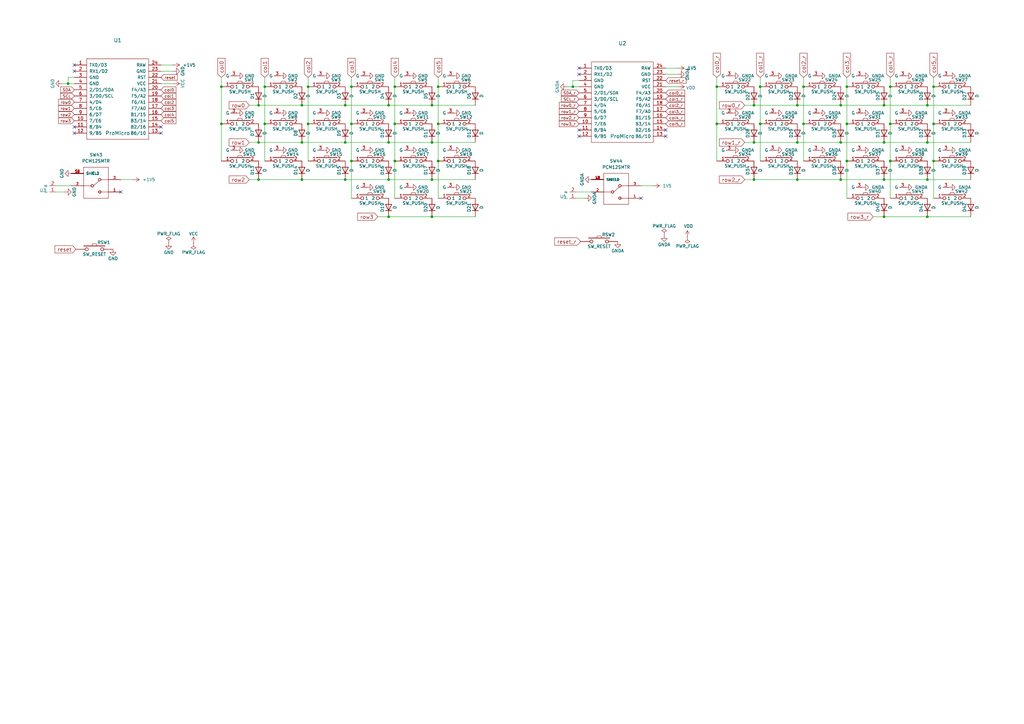
<source format=kicad_sch>
(kicad_sch (version 20250114) (generator "eeschema") (generator_version "9.0")
  (paper "A3")
  (title_block (title "Corne Cherry") (date "2020-09-28") (rev "3.0.1") (company "foostan"))
  (lib_symbols
    (symbol "1_sh1122:BAT"
      (property "Reference" "U" (at 0 0 0))
      (symbol "BAT_1_1"
        (pin input line (at 0 -1.27 0) (length 2.54) (name "-") (number "1"))
        (pin input line (at 0 -3.81 0) (length 2.54) (name "+") (number "2"))
      )
    )
    (symbol "1_sh1122:sw"
      (symbol "sw_0_1"
        (pin passive inverted (at -7.62 0 0) (length 5.08) (name "1") (number "1"))
        (pin passive inverted (at 7.62 0 180) (length 5.08) (name "2") (number "2"))
      )
      (symbol "sw_1_1"
        (pin passive line (at -1.27 4.445 180) (length 2.54) (name "G") (number "3"))
      )
    )
    (symbol "Device:D" (pin_numbers (hide yes)) (pin_names (offset 1.016) (hide yes))
      (property "Reference" "D" (at 0 2.54 0))
      (property "Value" "D" (at 0 -2.54 0))
      (symbol "D_1_1"
        (pin passive line (at -3.81 0 0) (length 2.54) (name "K") (number "1"))
        (pin passive line (at 3.81 0 180) (length 2.54) (name "A") (number "2"))
      )
    )
    (symbol "GND_1" (power) (pin_numbers (hide yes)) (pin_names (offset 0) (hide yes))
      (property "Value" "GND" (at 0 -3.81 0))
      (symbol "GND_1_1_1"
        (pin power_in line (at 0 0 270) (length 0) (name "~") (number "1"))
      )
    )
    (symbol "GND_3" (power) (pin_numbers (hide yes)) (pin_names (offset 0) (hide yes))
      (property "Value" "GND" (at 0 -3.81 0))
      (symbol "GND_3_1_1"
        (pin power_in line (at 0 0 270) (length 0) (name "~") (number "1"))
      )
    )
    (symbol "PCM12SMTR:PCM12SMTR" (pin_names (offset 1.016))
      (property "Reference" "SW" (at -5.0844 5.3386 0))
      (property "Value" "PCM12SMTR" (at -5.1814 -9.6619 0))
      (symbol "PCM12SMTR_0_0"
        (pin passive line (at -10.16 2.54 0) (length 5.08) (name "~") (number "1"))
        (pin passive line (at -10.16 -2.54 0) (length 5.08) (name "~") (number "3"))
        (pin passive line (at 10.16 0 180) (length 5.08) (name "~") (number "2"))
        (pin passive line (at 10.16 -5.08 180) (length 5.08) (name "SHIELD") (number "S1"))
        (pin passive line (at 10.16 -5.08 180) (length 5.08) (name "SHIELD") (number "S2"))
        (pin passive line (at 10.16 -5.08 180) (length 5.08) (name "SHIELD") (number "S3"))
        (pin passive line (at 10.16 -5.08 180) (length 5.08) (name "SHIELD") (number "S4"))
      )
    )
    (symbol "kbd:ProMicro" (pin_names (offset 1.016))
      (property "Reference" "U" (at 0 19.05 0))
      (property "Value" "ProMicro" (at 0 -19.05 0))
      (symbol "ProMicro_1_1"
        (pin bidirectional line (at -17.78 13.97 0) (length 5.08) (name "TX0/D3") (number "1"))
        (pin bidirectional line (at -17.78 11.43 0) (length 5.08) (name "RX1/D2") (number "2"))
        (pin power_in line (at -17.78 8.89 0) (length 5.08) (name "GND") (number "3"))
        (pin power_in line (at -17.78 6.35 0) (length 5.08) (name "GND") (number "4"))
        (pin bidirectional line (at -17.78 3.81 0) (length 5.08) (name "2/D1/SDA") (number "5"))
        (pin bidirectional line (at -17.78 1.27 0) (length 5.08) (name "3/D0/SCL") (number "6"))
        (pin bidirectional line (at -17.78 -1.27 0) (length 5.08) (name "4/D4") (number "7"))
        (pin bidirectional line (at -17.78 -3.81 0) (length 5.08) (name "5/C6") (number "8"))
        (pin bidirectional line (at -17.78 -6.35 0) (length 5.08) (name "6/D7") (number "9"))
        (pin bidirectional line (at -17.78 -8.89 0) (length 5.08) (name "7/E6") (number "10"))
        (pin bidirectional line (at -17.78 -11.43 0) (length 5.08) (name "8/B4") (number "11"))
        (pin bidirectional line (at -17.78 -13.97 0) (length 5.08) (name "9/B5") (number "12"))
        (pin power_out line (at 17.78 13.97 180) (length 5.08) (name "RAW") (number "24"))
        (pin power_in line (at 17.78 11.43 180) (length 5.08) (name "GND") (number "23"))
        (pin input line (at 17.78 8.89 180) (length 5.08) (name "RST") (number "22"))
        (pin power_in line (at 17.78 6.35 180) (length 5.08) (name "VCC") (number "21"))
        (pin bidirectional line (at 17.78 3.81 180) (length 5.08) (name "F4/A3") (number "20"))
        (pin bidirectional line (at 17.78 1.27 180) (length 5.08) (name "F5/A2") (number "19"))
        (pin bidirectional line (at 17.78 -1.27 180) (length 5.08) (name "F6/A1") (number "18"))
        (pin bidirectional line (at 17.78 -3.81 180) (length 5.08) (name "F7/A0") (number "17"))
        (pin bidirectional line (at 17.78 -6.35 180) (length 5.08) (name "B1/15") (number "16"))
        (pin bidirectional line (at 17.78 -8.89 180) (length 5.08) (name "B3/14") (number "15"))
        (pin bidirectional line (at 17.78 -11.43 180) (length 5.08) (name "B2/16") (number "14"))
        (pin bidirectional line (at 17.78 -13.97 180) (length 5.08) (name "B6/10") (number "13"))
      )
    )
    (symbol "kbd:SW_PUSH" (pin_numbers (hide yes)) (pin_names (offset 1.016) (hide yes))
      (property "Reference" "SW" (at 3.81 2.794 0))
      (property "Value" "SW_PUSH" (at 0 -2.032 0))
      (symbol "SW_PUSH_0_1"
        (pin passive inverted (at -7.62 0 0) (length 5.08) (name "1") (number "1"))
        (pin passive inverted (at 7.62 0 180) (length 5.08) (name "2") (number "2"))
      )
    )
    (symbol "power:+1V5" (power) (pin_numbers (hide yes)) (pin_names (offset 0) (hide yes))
      (property "Value" "+1V5" (at 0 3.556 0))
      (symbol "+1V5_1_1"
        (pin power_in line (at 0 0 90) (length 0) (name "~") (number "1"))
      )
    )
    (symbol "power:GND" (power) (pin_names (offset 0))
      (property "Value" "GND" (at 0 -3.81 0))
      (symbol "GND_1_1"
        (pin power_in line (at 0 0 270) (length 0) (hide yes) (name "GND") (number "1"))
      )
    )
    (symbol "power:GNDA" (power) (pin_names (offset 0))
      (property "Value" "GNDA" (at 0 -3.81 0))
      (symbol "GNDA_1_1"
        (pin power_in line (at 0 0 270) (length 0) (hide yes) (name "GNDA") (number "1"))
      )
    )
    (symbol "power:PWR_FLAG" (power) (pin_numbers (hide yes)) (pin_names (offset 0) (hide yes))
      (property "Value" "PWR_FLAG" (at 0 3.81 0))
      (symbol "PWR_FLAG_0_0"
        (pin power_out line (at 0 0 90) (length 0) (name "pwr") (number "1"))
      )
    )
    (symbol "power:VCC" (power) (pin_names (offset 0))
      (property "Value" "VCC" (at 0 3.81 0))
      (symbol "VCC_1_1"
        (pin power_in line (at 0 0 90) (length 0) (hide yes) (name "VCC") (number "1"))
      )
    )
    (symbol "power:VDD" (power) (pin_names (offset 0))
      (property "Value" "VDD" (at 0 3.81 0))
      (symbol "VDD_1_1"
        (pin power_in line (at 0 0 90) (length 0) (hide yes) (name "VDD") (number "1"))
      )
    )
  )
  (junction (at 141.605 43.18))
  (junction (at 126.365 50.8))
  (junction (at 362.585 58.42))
  (junction (at 159.385 73.66))
  (junction (at 344.805 73.66))
  (junction (at 309.245 73.66))
  (junction (at 161.925 66.04))
  (junction (at 309.245 43.18))
  (junction (at 380.365 58.42))
  (junction (at 177.165 58.42))
  (junction (at 177.165 43.18))
  (junction (at 27.94 34.29))
  (junction (at 329.565 50.8))
  (junction (at 382.905 66.04))
  (junction (at 294.005 35.56))
  (junction (at 311.785 50.8))
  (junction (at 141.605 73.66))
  (junction (at 177.165 73.66))
  (junction (at 380.365 43.18))
  (junction (at 108.585 50.8))
  (junction (at 347.345 35.56))
  (junction (at 327.025 73.66))
  (junction (at 159.385 43.18))
  (junction (at 294.005 50.8))
  (junction (at 234.95 35.56))
  (junction (at 179.705 35.56))
  (junction (at 106.045 73.66))
  (junction (at 362.585 73.66))
  (junction (at 347.345 66.04))
  (junction (at 311.785 35.56))
  (junction (at 159.385 88.9))
  (junction (at 362.585 88.9))
  (junction (at 159.385 58.42))
  (junction (at 365.125 66.04))
  (junction (at 144.145 50.8))
  (junction (at 144.145 35.56))
  (junction (at 106.045 58.42))
  (junction (at 380.365 88.9))
  (junction (at 106.045 43.18))
  (junction (at 327.025 43.18))
  (junction (at 144.145 66.04))
  (junction (at 161.925 35.56))
  (junction (at 327.025 58.42))
  (junction (at 365.125 50.8))
  (junction (at 179.705 50.8))
  (junction (at 108.585 35.56))
  (junction (at 126.365 35.56))
  (junction (at 90.805 50.8))
  (junction (at 177.165 88.9))
  (junction (at 123.825 58.42))
  (junction (at 344.805 58.42))
  (junction (at 344.805 43.18))
  (junction (at 382.905 35.56))
  (junction (at 380.365 73.66))
  (junction (at 365.125 35.56))
  (junction (at 90.805 35.56))
  (junction (at 309.245 58.42))
  (junction (at 141.605 58.42))
  (junction (at 347.345 50.8))
  (junction (at 329.565 35.56))
  (junction (at 161.925 50.8))
  (junction (at 123.825 73.66))
  (junction (at 179.705 66.04))
  (junction (at 123.825 43.18))
  (junction (at 362.585 43.18))
  (junction (at 382.905 50.8))
  (no_connect (at 66.04 54.61))
  (no_connect (at 66.04 52.07))
  (no_connect (at 237.49 55.88))
  (no_connect (at 30.48 29.21))
  (no_connect (at 30.48 26.67))
  (no_connect (at 237.49 53.34))
  (no_connect (at 273.05 53.34))
  (no_connect (at 262.89 81.28))
  (no_connect (at 237.49 27.94))
  (no_connect (at 49.53 78.74))
  (no_connect (at 30.48 54.61))
  (no_connect (at 237.49 30.48))
  (no_connect (at 30.48 52.07))
  (no_connect (at 273.05 55.88))
  (wire (pts (xy 311.785 50.8) (xy 311.785 66.04)))
  (wire (pts (xy 90.805 31.75) (xy 90.805 35.56)))
  (wire (pts (xy 294.005 31.75) (xy 294.005 35.56)))
  (wire (pts (xy 106.045 43.18) (xy 123.825 43.18)))
  (wire (pts (xy 177.165 58.42) (xy 194.945 58.42)))
  (wire (pts (xy 90.805 35.56) (xy 90.805 50.8)))
  (wire (pts (xy 309.245 73.66) (xy 327.025 73.66)))
  (wire (pts (xy 161.925 66.04) (xy 161.925 81.28)))
  (wire (pts (xy 161.925 35.56) (xy 161.925 50.8)))
  (wire (pts (xy 309.245 58.42) (xy 327.025 58.42)))
  (wire (pts (xy 380.365 58.42) (xy 398.145 58.42)))
  (wire (pts (xy 177.165 88.9) (xy 194.945 88.9)))
  (wire (pts (xy 123.825 73.66) (xy 141.605 73.66)))
  (wire (pts (xy 106.045 73.66) (xy 123.825 73.66)))
  (wire (pts (xy 380.365 88.9) (xy 398.145 88.9)))
  (wire (pts (xy 382.905 66.04) (xy 382.905 81.28)))
  (wire (pts (xy 144.145 66.04) (xy 144.145 81.28)))
  (wire (pts (xy 30.48 31.75) (xy 27.94 31.75)))
  (wire (pts (xy 22.86 78.74) (xy 26.67 78.74)))
  (wire (pts (xy 329.565 31.75) (xy 329.565 35.56)))
  (wire (pts (xy 380.365 43.18) (xy 398.145 43.18)))
  (wire (pts (xy 126.365 35.56) (xy 126.365 50.8)))
  (wire (pts (xy 102.235 43.18) (xy 106.045 43.18)))
  (wire (pts (xy 177.165 73.66) (xy 194.945 73.66)))
  (wire (pts (xy 25.4 34.29) (xy 27.94 34.29)))
  (wire (pts (xy 123.825 58.42) (xy 141.605 58.42)))
  (wire (pts (xy 179.705 50.8) (xy 179.705 66.04)))
  (wire (pts (xy 237.49 33.02) (xy 234.95 33.02)))
  (wire (pts (xy 66.04 29.21) (xy 71.12 29.21)))
  (wire (pts (xy 27.94 31.75) (xy 27.94 34.29)))
  (wire (pts (xy 305.435 58.42) (xy 309.245 58.42)))
  (wire (pts (xy 344.805 43.18) (xy 362.585 43.18)))
  (wire (pts (xy 90.805 50.8) (xy 90.805 66.04)))
  (wire (pts (xy 362.585 73.66) (xy 380.365 73.66)))
  (wire (pts (xy 305.435 43.18) (xy 309.245 43.18)))
  (wire (pts (xy 144.145 31.75) (xy 144.145 35.56)))
  (wire (pts (xy 365.125 35.56) (xy 365.125 50.8)))
  (wire (pts (xy 154.94 88.9) (xy 159.385 88.9)))
  (wire (pts (xy 108.585 50.8) (xy 108.585 66.04)))
  (wire (pts (xy 123.825 43.18) (xy 141.605 43.18)))
  (wire (pts (xy 159.385 43.18) (xy 177.165 43.18)))
  (wire (pts (xy 273.05 30.48) (xy 278.13 30.48)))
  (wire (pts (xy 347.345 31.75) (xy 347.345 35.56)))
  (wire (pts (xy 294.005 35.56) (xy 294.005 50.8)))
  (wire (pts (xy 329.565 50.8) (xy 329.565 66.04)))
  (wire (pts (xy 309.245 43.18) (xy 327.025 43.18)))
  (wire (pts (xy 311.785 31.75) (xy 311.785 35.56)))
  (wire (pts (xy 347.345 66.04) (xy 347.345 81.28)))
  (wire (pts (xy 273.05 27.94) (xy 278.13 27.94)))
  (wire (pts (xy 159.385 88.9) (xy 177.165 88.9)))
  (wire (pts (xy 327.025 73.66) (xy 344.805 73.66)))
  (wire (pts (xy 177.165 43.18) (xy 194.945 43.18)))
  (wire (pts (xy 144.145 35.56) (xy 144.145 50.8)))
  (wire (pts (xy 362.585 58.42) (xy 380.365 58.42)))
  (wire (pts (xy 106.045 58.42) (xy 123.825 58.42)))
  (wire (pts (xy 236.22 78.74) (xy 242.57 78.74)))
  (wire (pts (xy 311.785 35.56) (xy 311.785 50.8)))
  (wire (pts (xy 365.125 66.04) (xy 365.125 81.28)))
  (wire (pts (xy 108.585 35.56) (xy 108.585 50.8)))
  (wire (pts (xy 362.585 43.18) (xy 380.365 43.18)))
  (wire (pts (xy 108.585 31.75) (xy 108.585 35.56)))
  (wire (pts (xy 382.905 31.75) (xy 382.905 35.56)))
  (wire (pts (xy 236.22 81.28) (xy 240.03 81.28)))
  (wire (pts (xy 362.585 88.9) (xy 380.365 88.9)))
  (wire (pts (xy 344.805 58.42) (xy 362.585 58.42)))
  (wire (pts (xy 234.95 35.56) (xy 237.49 35.56)))
  (wire (pts (xy 126.365 50.8) (xy 126.365 66.04)))
  (wire (pts (xy 66.04 26.67) (xy 71.12 26.67)))
  (wire (pts (xy 141.605 43.18) (xy 159.385 43.18)))
  (wire (pts (xy 347.345 50.8) (xy 347.345 66.04)))
  (wire (pts (xy 382.905 50.8) (xy 382.905 66.04)))
  (wire (pts (xy 273.05 35.56) (xy 278.13 35.56)))
  (wire (pts (xy 347.345 35.56) (xy 347.345 50.8)))
  (wire (pts (xy 66.04 34.29) (xy 71.12 34.29)))
  (wire (pts (xy 144.145 50.8) (xy 144.145 66.04)))
  (wire (pts (xy 327.025 58.42) (xy 344.805 58.42)))
  (wire (pts (xy 344.805 73.66) (xy 362.585 73.66)))
  (wire (pts (xy 161.925 31.75) (xy 161.925 35.56)))
  (wire (pts (xy 102.235 73.66) (xy 106.045 73.66)))
  (wire (pts (xy 382.905 35.56) (xy 382.905 50.8)))
  (wire (pts (xy 305.435 73.66) (xy 309.245 73.66)))
  (wire (pts (xy 159.385 73.66) (xy 177.165 73.66)))
  (wire (pts (xy 365.125 50.8) (xy 365.125 66.04)))
  (wire (pts (xy 141.605 73.66) (xy 159.385 73.66)))
  (wire (pts (xy 380.365 73.66) (xy 398.145 73.66)))
  (wire (pts (xy 102.235 58.42) (xy 106.045 58.42)))
  (wire (pts (xy 365.125 31.75) (xy 365.125 35.56)))
  (wire (pts (xy 232.41 35.56) (xy 234.95 35.56)))
  (wire (pts (xy 126.365 31.75) (xy 126.365 35.56)))
  (wire (pts (xy 358.14 88.9) (xy 362.585 88.9)))
  (wire (pts (xy 179.705 35.56) (xy 179.705 50.8)))
  (wire (pts (xy 161.925 50.8) (xy 161.925 66.04)))
  (wire (pts (xy 49.53 73.66) (xy 54.61 73.66)))
  (wire (pts (xy 329.565 35.56) (xy 329.565 50.8)))
  (wire (pts (xy 262.89 76.2) (xy 267.97 76.2)))
  (wire (pts (xy 27.94 34.29) (xy 30.48 34.29)))
  (wire (pts (xy 141.605 58.42) (xy 159.385 58.42)))
  (wire (pts (xy 294.005 50.8) (xy 294.005 66.04)))
  (wire (pts (xy 159.385 58.42) (xy 177.165 58.42)))
  (wire (pts (xy 179.705 66.04) (xy 179.705 81.28)))
  (wire (pts (xy 22.86 76.2) (xy 29.21 76.2)))
  (wire (pts (xy 327.025 43.18) (xy 344.805 43.18)))
  (wire (pts (xy 234.95 33.02) (xy 234.95 35.56)))
  (wire (pts (xy 179.705 31.75) (xy 179.705 35.56)))
  (global_label "col4" (shape input) (at 66.04 46.99 0) (effects (font (size 1.1938 1.1938))) (property "Intersheetrefs" "${INTERSHEET_REFS}" (effects (hide yes))))
  (global_label "row3_r" (shape input) (at 358.14 88.9 180) (effects (font (size 1.524 1.524))) (property "Intersheetrefs" "${INTERSHEET_REFS}" (effects (hide yes))))
  (global_label "col5_r" (shape input) (at 273.05 50.8 0) (effects (font (size 1.1938 1.1938))) (property "Intersheetrefs" "${INTERSHEET_REFS}" (effects (hide yes))))
  (global_label "col0" (shape input) (at 90.805 31.75 90) (effects (font (size 1.524 1.524))) (property "Intersheetrefs" "${INTERSHEET_REFS}" (effects (hide yes))))
  (global_label "reset" (shape input) (at 31.115 102.235 180) (effects (font (size 1.524 1.524))) (property "Intersheetrefs" "${INTERSHEET_REFS}" (effects (hide yes))))
  (global_label "col1" (shape input) (at 108.585 31.75 90) (effects (font (size 1.524 1.524))) (property "Intersheetrefs" "${INTERSHEET_REFS}" (effects (hide yes))))
  (global_label "row0" (shape input) (at 102.235 43.18 180) (effects (font (size 1.524 1.524))) (property "Intersheetrefs" "${INTERSHEET_REFS}" (effects (hide yes))))
  (global_label "col2_r" (shape input) (at 273.05 43.18 0) (effects (font (size 1.1938 1.1938))) (property "Intersheetrefs" "${INTERSHEET_REFS}" (effects (hide yes))))
  (global_label "row1_r" (shape input) (at 305.435 58.42 180) (effects (font (size 1.524 1.524))) (property "Intersheetrefs" "${INTERSHEET_REFS}" (effects (hide yes))))
  (global_label "col5" (shape input) (at 66.04 49.53 0) (effects (font (size 1.1938 1.1938))) (property "Intersheetrefs" "${INTERSHEET_REFS}" (effects (hide yes))))
  (global_label "col3" (shape input) (at 66.04 44.45 0) (effects (font (size 1.1938 1.1938))) (property "Intersheetrefs" "${INTERSHEET_REFS}" (effects (hide yes))))
  (global_label "row2" (shape input) (at 102.235 73.66 180) (effects (font (size 1.524 1.524))) (property "Intersheetrefs" "${INTERSHEET_REFS}" (effects (hide yes))))
  (global_label "col1" (shape input) (at 66.04 39.37 0) (effects (font (size 1.1938 1.1938))) (property "Intersheetrefs" "${INTERSHEET_REFS}" (effects (hide yes))))
  (global_label "row1" (shape input) (at 102.235 58.42 180) (effects (font (size 1.524 1.524))) (property "Intersheetrefs" "${INTERSHEET_REFS}" (effects (hide yes))))
  (global_label "col3_r" (shape input) (at 273.05 45.72 0) (effects (font (size 1.1938 1.1938))) (property "Intersheetrefs" "${INTERSHEET_REFS}" (effects (hide yes))))
  (global_label "reset" (shape input) (at 66.04 31.75 0) (effects (font (size 1.1938 1.1938))) (property "Intersheetrefs" "${INTERSHEET_REFS}" (effects (hide yes))))
  (global_label "col2" (shape input) (at 126.365 31.75 90) (effects (font (size 1.524 1.524))) (property "Intersheetrefs" "${INTERSHEET_REFS}" (effects (hide yes))))
  (global_label "SCL_r" (shape input) (at 237.49 40.64 180) (effects (font (size 1.1938 1.1938))) (property "Intersheetrefs" "${INTERSHEET_REFS}" (effects (hide yes))))
  (global_label "row1_r" (shape input) (at 237.49 45.72 180) (effects (font (size 1.1938 1.1938))) (property "Intersheetrefs" "${INTERSHEET_REFS}" (effects (hide yes))))
  (global_label "row1" (shape input) (at 30.48 44.45 180) (effects (font (size 1.1938 1.1938))) (property "Intersheetrefs" "${INTERSHEET_REFS}" (effects (hide yes))))
  (global_label "col0_r" (shape input) (at 294.005 31.75 90) (effects (font (size 1.524 1.524))) (property "Intersheetrefs" "${INTERSHEET_REFS}" (effects (hide yes))))
  (global_label "row0_r" (shape input) (at 305.435 43.18 180) (effects (font (size 1.524 1.524))) (property "Intersheetrefs" "${INTERSHEET_REFS}" (effects (hide yes))))
  (global_label "row2" (shape input) (at 30.48 46.99 180) (effects (font (size 1.1938 1.1938))) (property "Intersheetrefs" "${INTERSHEET_REFS}" (effects (hide yes))))
  (global_label "row0" (shape input) (at 30.48 41.91 180) (effects (font (size 1.1938 1.1938))) (property "Intersheetrefs" "${INTERSHEET_REFS}" (effects (hide yes))))
  (global_label "col4_r" (shape input) (at 273.05 48.26 0) (effects (font (size 1.1938 1.1938))) (property "Intersheetrefs" "${INTERSHEET_REFS}" (effects (hide yes))))
  (global_label "col0_r" (shape input) (at 273.05 38.1 0) (effects (font (size 1.1938 1.1938))) (property "Intersheetrefs" "${INTERSHEET_REFS}" (effects (hide yes))))
  (global_label "col5_r" (shape input) (at 382.905 31.75 90) (effects (font (size 1.524 1.524))) (property "Intersheetrefs" "${INTERSHEET_REFS}" (effects (hide yes))))
  (global_label "col5" (shape input) (at 179.705 31.75 90) (effects (font (size 1.524 1.524))) (property "Intersheetrefs" "${INTERSHEET_REFS}" (effects (hide yes))))
  (global_label "SCL" (shape input) (at 30.48 39.37 180) (effects (font (size 1.1938 1.1938))) (property "Intersheetrefs" "${INTERSHEET_REFS}" (effects (hide yes))))
  (global_label "reset_r" (shape input) (at 238.125 99.06 180) (effects (font (size 1.524 1.524))) (property "Intersheetrefs" "${INTERSHEET_REFS}" (effects (hide yes))))
  (global_label "col1_r" (shape input) (at 273.05 40.64 0) (effects (font (size 1.1938 1.1938))) (property "Intersheetrefs" "${INTERSHEET_REFS}" (effects (hide yes))))
  (global_label "row3_r" (shape input) (at 237.49 50.8 180) (effects (font (size 1.1938 1.1938))) (property "Intersheetrefs" "${INTERSHEET_REFS}" (effects (hide yes))))
  (global_label "row3" (shape input) (at 154.94 88.9 180) (effects (font (size 1.524 1.524))) (property "Intersheetrefs" "${INTERSHEET_REFS}" (effects (hide yes))))
  (global_label "row0_r" (shape input) (at 237.49 43.18 180) (effects (font (size 1.1938 1.1938))) (property "Intersheetrefs" "${INTERSHEET_REFS}" (effects (hide yes))))
  (global_label "col4" (shape input) (at 161.925 31.75 90) (effects (font (size 1.524 1.524))) (property "Intersheetrefs" "${INTERSHEET_REFS}" (effects (hide yes))))
  (global_label "col4_r" (shape input) (at 365.125 31.75 90) (effects (font (size 1.524 1.524))) (property "Intersheetrefs" "${INTERSHEET_REFS}" (effects (hide yes))))
  (global_label "col1_r" (shape input) (at 311.785 31.75 90) (effects (font (size 1.524 1.524))) (property "Intersheetrefs" "${INTERSHEET_REFS}" (effects (hide yes))))
  (global_label "row2_r" (shape input) (at 305.435 73.66 180) (effects (font (size 1.524 1.524))) (property "Intersheetrefs" "${INTERSHEET_REFS}" (effects (hide yes))))
  (global_label "SDA_r" (shape input) (at 237.49 38.1 180) (effects (font (size 1.1938 1.1938))) (property "Intersheetrefs" "${INTERSHEET_REFS}" (effects (hide yes))))
  (global_label "col2" (shape input) (at 66.04 41.91 0) (effects (font (size 1.1938 1.1938))) (property "Intersheetrefs" "${INTERSHEET_REFS}" (effects (hide yes))))
  (global_label "SDA" (shape input) (at 30.48 36.83 180) (effects (font (size 1.1938 1.1938))) (property "Intersheetrefs" "${INTERSHEET_REFS}" (effects (hide yes))))
  (global_label "row2_r" (shape input) (at 237.49 48.26 180) (effects (font (size 1.1938 1.1938))) (property "Intersheetrefs" "${INTERSHEET_REFS}" (effects (hide yes))))
  (global_label "col2_r" (shape input) (at 329.565 31.75 90) (effects (font (size 1.524 1.524))) (property "Intersheetrefs" "${INTERSHEET_REFS}" (effects (hide yes))))
  (global_label "col0" (shape input) (at 66.04 36.83 0) (effects (font (size 1.1938 1.1938))) (property "Intersheetrefs" "${INTERSHEET_REFS}" (effects (hide yes))))
  (global_label "col3_r" (shape input) (at 347.345 31.75 90) (effects (font (size 1.524 1.524))) (property "Intersheetrefs" "${INTERSHEET_REFS}" (effects (hide yes))))
  (global_label "reset_r" (shape input) (at 273.05 33.02 0) (effects (font (size 1.1938 1.1938))) (property "Intersheetrefs" "${INTERSHEET_REFS}" (effects (hide yes))))
  (global_label "col3" (shape input) (at 144.145 31.75 90) (effects (font (size 1.524 1.524))) (property "Intersheetrefs" "${INTERSHEET_REFS}" (effects (hide yes))))
  (global_label "row3" (shape input) (at 30.48 49.53 180) (effects (font (size 1.1938 1.1938))) (property "Intersheetrefs" "${INTERSHEET_REFS}" (effects (hide yes))))
  (symbol (lib_id "kbd:ProMicro") (at 48.26 40.64 0) (unit 1)
    (property "Reference" "U1" (at 48.26 16.51 0) (effects (font (size 1.524 1.524))))
    (property "Value" "ProMicro" (at 48.26 54.61 0) (effects (font (size 1.524 1.524))))
    (property "Footprint" "kbd:ProMicro_v3" (effects (hide yes)))
  )
  (symbol (lib_id "1_sh1122:sw") (at 116.205 35.56 0) (unit 1)
    (property "Reference" "SW2" (at 120.015 32.766 0))
    (property "Value" "SW_PUSH" (at 116.205 37.592 0))
    (property "Footprint" "ULK_sw:Cherry_ULP_SMD" (effects (hide yes)))
  )
  (symbol (lib_id "Device:D") (at 123.825 39.37 90) (unit 1)
    (property "Reference" "D2" (at 121.285 39.37 0))
    (property "Value" "D" (at 126.365 39.37 0))
    (property "Footprint" "kbd:D3_SMD_v2" (effects (hide yes)))
  )
  (symbol (lib_id "1_sh1122:sw") (at 133.985 35.56 0) (unit 1)
    (property "Reference" "SW3" (at 137.795 32.766 0))
    (property "Value" "SW_PUSH" (at 133.985 37.592 0))
    (property "Footprint" "ULK_sw:Cherry_ULP_SMD" (effects (hide yes)))
  )
  (symbol (lib_id "Device:D") (at 141.605 39.37 90) (unit 1)
    (property "Reference" "D3" (at 139.065 39.37 0))
    (property "Value" "D" (at 144.145 39.37 0))
    (property "Footprint" "kbd:D3_SMD_v2" (effects (hide yes)))
  )
  (symbol (lib_id "1_sh1122:sw") (at 151.765 35.56 0) (unit 1)
    (property "Reference" "SW4" (at 155.575 32.766 0))
    (property "Value" "SW_PUSH" (at 151.765 37.592 0))
    (property "Footprint" "ULK_sw:Cherry_ULP_SMD" (effects (hide yes)))
  )
  (symbol (lib_id "1_sh1122:sw") (at 169.545 35.56 0) (unit 1)
    (property "Reference" "SW5" (at 173.355 32.766 0))
    (property "Value" "SW_PUSH" (at 169.545 37.592 0))
    (property "Footprint" "ULK_sw:Cherry_ULP_SMD" (effects (hide yes)))
  )
  (symbol (lib_id "1_sh1122:sw") (at 187.325 35.56 0) (unit 1)
    (property "Reference" "SW6" (at 191.135 32.766 0))
    (property "Value" "SW_PUSH" (at 187.325 37.592 0))
    (property "Footprint" "ULK_sw:Cherry_ULP_SMD" (effects (hide yes)))
  )
  (symbol (lib_id "Device:D") (at 159.385 39.37 90) (unit 1)
    (property "Reference" "D4" (at 156.845 39.37 0))
    (property "Value" "D" (at 161.925 39.37 0))
    (property "Footprint" "kbd:D3_SMD_v2" (effects (hide yes)))
  )
  (symbol (lib_id "Device:D") (at 177.165 39.37 90) (unit 1)
    (property "Reference" "D5" (at 174.625 39.37 0))
    (property "Value" "D" (at 179.705 39.37 0))
    (property "Footprint" "kbd:D3_SMD_v2" (effects (hide yes)))
  )
  (symbol (lib_id "Device:D") (at 194.945 39.37 90) (unit 1)
    (property "Reference" "D6" (at 192.405 39.37 0))
    (property "Value" "D" (at 197.485 39.37 0))
    (property "Footprint" "kbd:D3_SMD_v2" (effects (hide yes)))
  )
  (symbol (lib_id "1_sh1122:sw") (at 98.425 35.56 0) (unit 1)
    (property "Reference" "SW1" (at 102.235 32.766 0))
    (property "Value" "SW_PUSH" (at 98.425 37.592 0))
    (property "Footprint" "ULK_sw:Cherry_ULP_SMD" (effects (hide yes)))
  )
  (symbol (lib_id "Device:D") (at 106.045 39.37 90) (unit 1)
    (property "Reference" "D1" (at 103.505 39.37 0))
    (property "Value" "D" (at 108.585 39.37 0))
    (property "Footprint" "kbd:D3_SMD_v2" (effects (hide yes)))
  )
  (symbol (lib_id "1_sh1122:sw") (at 116.205 50.8 0) (unit 1)
    (property "Reference" "SW8" (at 120.015 48.006 0))
    (property "Value" "SW_PUSH" (at 116.205 52.832 0))
    (property "Footprint" "ULK_sw:Cherry_ULP_SMD" (effects (hide yes)))
  )
  (symbol (lib_id "Device:D") (at 123.825 54.61 90) (unit 1)
    (property "Reference" "D8" (at 121.285 54.61 0))
    (property "Value" "D" (at 126.365 54.61 0))
    (property "Footprint" "kbd:D3_SMD_v2" (effects (hide yes)))
  )
  (symbol (lib_id "1_sh1122:sw") (at 133.985 50.8 0) (unit 1)
    (property "Reference" "SW9" (at 137.795 48.006 0))
    (property "Value" "SW_PUSH" (at 133.985 52.832 0))
    (property "Footprint" "ULK_sw:Cherry_ULP_SMD" (effects (hide yes)))
  )
  (symbol (lib_id "Device:D") (at 141.605 54.61 90) (unit 1)
    (property "Reference" "D9" (at 139.065 54.61 0))
    (property "Value" "D" (at 144.145 54.61 0))
    (property "Footprint" "kbd:D3_SMD_v2" (effects (hide yes)))
  )
  (symbol (lib_id "1_sh1122:sw") (at 151.765 50.8 0) (unit 1)
    (property "Reference" "SW10" (at 155.575 48.006 0))
    (property "Value" "SW_PUSH" (at 151.765 52.832 0))
    (property "Footprint" "ULK_sw:Cherry_ULP_SMD" (effects (hide yes)))
  )
  (symbol (lib_id "1_sh1122:sw") (at 169.545 50.8 0) (unit 1)
    (property "Reference" "SW11" (at 173.355 48.006 0))
    (property "Value" "SW_PUSH" (at 169.545 52.832 0))
    (property "Footprint" "ULK_sw:Cherry_ULP_SMD" (effects (hide yes)))
  )
  (symbol (lib_id "1_sh1122:sw") (at 187.325 50.8 0) (unit 1)
    (property "Reference" "SW12" (at 191.135 48.006 0))
    (property "Value" "SW_PUSH" (at 187.325 52.832 0))
    (property "Footprint" "ULK_sw:Cherry_ULP_SMD" (effects (hide yes)))
  )
  (symbol (lib_id "Device:D") (at 159.385 54.61 90) (unit 1)
    (property "Reference" "D10" (at 156.845 54.61 0))
    (property "Value" "D" (at 161.925 54.61 0))
    (property "Footprint" "kbd:D3_SMD_v2" (effects (hide yes)))
  )
  (symbol (lib_id "Device:D") (at 177.165 54.61 90) (unit 1)
    (property "Reference" "D11" (at 174.625 54.61 0))
    (property "Value" "D" (at 179.705 54.61 0))
    (property "Footprint" "kbd:D3_SMD_v2" (effects (hide yes)))
  )
  (symbol (lib_id "Device:D") (at 194.945 54.61 90) (unit 1)
    (property "Reference" "D12" (at 192.405 54.61 0))
    (property "Value" "D" (at 197.485 54.61 0))
    (property "Footprint" "kbd:D3_SMD_v2" (effects (hide yes)))
  )
  (symbol (lib_id "1_sh1122:sw") (at 98.425 50.8 0) (unit 1)
    (property "Reference" "SW7" (at 102.235 48.006 0))
    (property "Value" "SW_PUSH" (at 98.425 52.832 0))
    (property "Footprint" "ULK_sw:Cherry_ULP_SMD" (effects (hide yes)))
  )
  (symbol (lib_id "Device:D") (at 106.045 54.61 90) (unit 1)
    (property "Reference" "D7" (at 103.505 54.61 0))
    (property "Value" "D" (at 108.585 54.61 0))
    (property "Footprint" "kbd:D3_SMD_v2" (effects (hide yes)))
  )
  (symbol (lib_id "1_sh1122:sw") (at 116.205 66.04 0) (unit 1)
    (property "Reference" "SW14" (at 120.015 63.246 0))
    (property "Value" "SW_PUSH" (at 116.205 68.072 0))
    (property "Footprint" "ULK_sw:Cherry_ULP_SMD" (effects (hide yes)))
  )
  (symbol (lib_id "Device:D") (at 123.825 69.85 90) (unit 1)
    (property "Reference" "D14" (at 121.285 69.85 0))
    (property "Value" "D" (at 126.365 69.85 0))
    (property "Footprint" "kbd:D3_SMD_v2" (effects (hide yes)))
  )
  (symbol (lib_id "1_sh1122:sw") (at 133.985 66.04 0) (unit 1)
    (property "Reference" "SW15" (at 137.795 63.246 0))
    (property "Value" "SW_PUSH" (at 133.985 68.072 0))
    (property "Footprint" "ULK_sw:Cherry_ULP_SMD" (effects (hide yes)))
  )
  (symbol (lib_id "Device:D") (at 141.605 69.85 90) (unit 1)
    (property "Reference" "D15" (at 139.065 69.85 0))
    (property "Value" "D" (at 144.145 69.85 0))
    (property "Footprint" "kbd:D3_SMD_v2" (effects (hide yes)))
  )
  (symbol (lib_id "1_sh1122:sw") (at 151.765 66.04 0) (unit 1)
    (property "Reference" "SW16" (at 155.575 63.246 0))
    (property "Value" "SW_PUSH" (at 151.765 68.072 0))
    (property "Footprint" "ULK_sw:Cherry_ULP_SMD" (effects (hide yes)))
  )
  (symbol (lib_id "1_sh1122:sw") (at 169.545 66.04 0) (unit 1)
    (property "Reference" "SW17" (at 173.355 63.246 0))
    (property "Value" "SW_PUSH" (at 169.545 68.072 0))
    (property "Footprint" "ULK_sw:Cherry_ULP_SMD" (effects (hide yes)))
  )
  (symbol (lib_id "1_sh1122:sw") (at 187.325 66.04 0) (unit 1)
    (property "Reference" "SW18" (at 191.135 63.246 0))
    (property "Value" "SW_PUSH" (at 187.325 68.072 0))
    (property "Footprint" "ULK_sw:Cherry_ULP_SMD" (effects (hide yes)))
  )
  (symbol (lib_id "Device:D") (at 159.385 69.85 90) (unit 1)
    (property "Reference" "D16" (at 156.845 69.85 0))
    (property "Value" "D" (at 161.925 69.85 0))
    (property "Footprint" "kbd:D3_SMD_v2" (effects (hide yes)))
  )
  (symbol (lib_id "Device:D") (at 177.165 69.85 90) (unit 1)
    (property "Reference" "D17" (at 174.625 69.85 0))
    (property "Value" "D" (at 179.705 69.85 0))
    (property "Footprint" "kbd:D3_SMD_v2" (effects (hide yes)))
  )
  (symbol (lib_id "Device:D") (at 194.945 69.85 90) (unit 1)
    (property "Reference" "D18" (at 192.405 69.85 0))
    (property "Value" "D" (at 197.485 69.85 0))
    (property "Footprint" "kbd:D3_SMD_v2" (effects (hide yes)))
  )
  (symbol (lib_id "1_sh1122:sw") (at 98.425 66.04 0) (unit 1)
    (property "Reference" "SW13" (at 102.235 63.246 0))
    (property "Value" "SW_PUSH" (at 98.425 68.072 0))
    (property "Footprint" "ULK_sw:Cherry_ULP_SMD" (effects (hide yes)))
  )
  (symbol (lib_id "Device:D") (at 106.045 69.85 90) (unit 1)
    (property "Reference" "D13" (at 103.505 69.85 0))
    (property "Value" "D" (at 108.585 69.85 0))
    (property "Footprint" "kbd:D3_SMD_v2" (effects (hide yes)))
  )
  (symbol (lib_id "1_sh1122:sw") (at 169.545 81.28 0) (unit 1)
    (property "Reference" "SW20" (at 173.355 78.486 0))
    (property "Value" "SW_PUSH" (at 169.545 83.312 0))
    (property "Footprint" "ULK_sw:Cherry_ULP_SMD" (effects (hide yes)))
  )
  (symbol (lib_id "Device:D") (at 177.165 85.09 90) (unit 1)
    (property "Reference" "D20" (at 174.625 85.09 0))
    (property "Value" "D" (at 179.705 85.09 0))
    (property "Footprint" "kbd:D3_SMD_v2" (effects (hide yes)))
  )
  (symbol (lib_id "1_sh1122:sw") (at 187.325 81.28 0) (unit 1)
    (property "Reference" "SW21" (at 191.135 78.486 0))
    (property "Value" "SW_PUSH" (at 187.325 83.312 0))
    (property "Footprint" "ULK_sw:Cherry_ULP_SMD" (effects (hide yes)))
  )
  (symbol (lib_id "Device:D") (at 194.945 85.09 90) (unit 1)
    (property "Reference" "D21" (at 192.405 85.09 0))
    (property "Value" "D" (at 197.485 85.09 0))
    (property "Footprint" "kbd:D3_SMD_v2" (effects (hide yes)))
  )
  (symbol (lib_id "1_sh1122:sw") (at 151.765 81.28 0) (unit 1)
    (property "Reference" "SW19" (at 155.575 78.486 0))
    (property "Value" "SW_PUSH" (at 151.765 83.312 0))
    (property "Footprint" "ULK_sw:Cherry_ULP_SMD" (effects (hide yes)))
  )
  (symbol (lib_id "Device:D") (at 159.385 85.09 90) (unit 1)
    (property "Reference" "D19" (at 156.845 85.09 0))
    (property "Value" "D" (at 161.925 85.09 0))
    (property "Footprint" "kbd:D3_SMD_v2" (effects (hide yes)))
  )
  (symbol (lib_id "power:GND") (at 71.12 29.21 90) (unit 1)
    (property "Reference" "#PWR07" (effects (hide yes)))
    (property "Value" "GND" (at 74.93 29.21 0))
  )
  (symbol (lib_id "power:VCC") (at 71.12 34.29 270) (unit 1)
    (property "Reference" "#PWR09" (effects (hide yes)))
    (property "Value" "VCC" (at 74.93 34.29 0))
  )
  (symbol (lib_id "power:GND") (at 25.4 34.29 270) (unit 1)
    (property "Reference" "#PWR08" (effects (hide yes)))
    (property "Value" "GND" (at 21.59 34.29 0))
  )
  (symbol (lib_id "power:GND") (at 69.215 99.695 0) (unit 1)
    (property "Reference" "#PWR04" (effects (hide yes)))
    (property "Value" "GND" (at 69.215 103.505 0))
  )
  (symbol (lib_id "power:VCC") (at 79.375 99.695 0) (unit 1)
    (property "Reference" "#PWR05" (effects (hide yes)))
    (property "Value" "VCC" (at 79.375 95.885 0))
  )
  (symbol (lib_id "power:PWR_FLAG") (at 79.375 99.695 180) (unit 1)
    (property "Reference" "#FLG02" (effects (hide yes)))
    (property "Value" "PWR_FLAG" (at 79.375 103.505 0))
  )
  (symbol (lib_id "power:PWR_FLAG") (at 69.215 99.695 0) (unit 1)
    (property "Reference" "#FLG01" (effects (hide yes)))
    (property "Value" "PWR_FLAG" (at 69.215 95.885 0))
  )
  (symbol (lib_id "kbd:SW_PUSH") (at 38.735 102.235 0) (unit 1)
    (property "Reference" "RSW1" (at 42.545 99.441 0))
    (property "Value" "SW_RESET" (at 38.735 104.267 0))
    (property "Footprint" "kbd:ResetSW_1side" (effects (hide yes)))
  )
  (symbol (lib_id "power:GND") (at 46.355 102.235 0) (unit 1)
    (property "Reference" "#PWR06" (effects (hide yes)))
    (property "Value" "GND" (at 46.355 106.045 0))
  )
  (symbol (lib_id "kbd:ProMicro") (at 255.27 41.91 0) (unit 1)
    (property "Reference" "U2" (at 255.27 17.78 0) (effects (font (size 1.524 1.524))))
    (property "Value" "ProMicro" (at 255.27 55.88 0) (effects (font (size 1.524 1.524))))
    (property "Footprint" "kbd:ProMicro_v3" (effects (hide yes)))
  )
  (symbol (lib_id "1_sh1122:sw") (at 319.405 35.56 0) (unit 1)
    (property "Reference" "SW23" (at 323.215 32.766 0))
    (property "Value" "SW_PUSH" (at 319.405 37.592 0))
    (property "Footprint" "ULK_sw:Cherry_ULP_SMD" (effects (hide yes)))
  )
  (symbol (lib_id "Device:D") (at 327.025 39.37 90) (unit 1)
    (property "Reference" "D23" (at 324.485 39.37 0))
    (property "Value" "D" (at 329.565 39.37 0))
    (property "Footprint" "kbd:D3_SMD_v2" (effects (hide yes)))
  )
  (symbol (lib_id "1_sh1122:sw") (at 337.185 35.56 0) (unit 1)
    (property "Reference" "SW24" (at 340.995 32.766 0))
    (property "Value" "SW_PUSH" (at 337.185 37.592 0))
    (property "Footprint" "ULK_sw:Cherry_ULP_SMD" (effects (hide yes)))
  )
  (symbol (lib_id "Device:D") (at 344.805 39.37 90) (unit 1)
    (property "Reference" "D24" (at 342.265 39.37 0))
    (property "Value" "D" (at 347.345 39.37 0))
    (property "Footprint" "kbd:D3_SMD_v2" (effects (hide yes)))
  )
  (symbol (lib_id "1_sh1122:sw") (at 354.965 35.56 0) (unit 1)
    (property "Reference" "SW25" (at 358.775 32.766 0))
    (property "Value" "SW_PUSH" (at 354.965 37.592 0))
    (property "Footprint" "ULK_sw:Cherry_ULP_SMD" (effects (hide yes)))
  )
  (symbol (lib_id "1_sh1122:sw") (at 372.745 35.56 0) (unit 1)
    (property "Reference" "SW26" (at 376.555 32.766 0))
    (property "Value" "SW_PUSH" (at 372.745 37.592 0))
    (property "Footprint" "ULK_sw:Cherry_ULP_SMD" (effects (hide yes)))
  )
  (symbol (lib_id "1_sh1122:sw") (at 390.525 35.56 0) (unit 1)
    (property "Reference" "SW27" (at 394.335 32.766 0))
    (property "Value" "SW_PUSH" (at 390.525 37.592 0))
    (property "Footprint" "ULK_sw:Cherry_ULP_SMD" (effects (hide yes)))
  )
  (symbol (lib_id "Device:D") (at 362.585 39.37 90) (unit 1)
    (property "Reference" "D25" (at 360.045 39.37 0))
    (property "Value" "D" (at 365.125 39.37 0))
    (property "Footprint" "kbd:D3_SMD_v2" (effects (hide yes)))
  )
  (symbol (lib_id "Device:D") (at 380.365 39.37 90) (unit 1)
    (property "Reference" "D26" (at 377.825 39.37 0))
    (property "Value" "D" (at 382.905 39.37 0))
    (property "Footprint" "kbd:D3_SMD_v2" (effects (hide yes)))
  )
  (symbol (lib_id "Device:D") (at 398.145 39.37 90) (unit 1)
    (property "Reference" "D27" (at 395.605 39.37 0))
    (property "Value" "D" (at 400.685 39.37 0))
    (property "Footprint" "kbd:D3_SMD_v2" (effects (hide yes)))
  )
  (symbol (lib_id "1_sh1122:sw") (at 301.625 35.56 0) (unit 1)
    (property "Reference" "SW22" (at 305.435 32.766 0))
    (property "Value" "SW_PUSH" (at 301.625 37.592 0))
    (property "Footprint" "ULK_sw:Cherry_ULP_SMD" (effects (hide yes)))
  )
  (symbol (lib_id "Device:D") (at 309.245 39.37 90) (unit 1)
    (property "Reference" "D22" (at 306.705 39.37 0))
    (property "Value" "D" (at 311.785 39.37 0))
    (property "Footprint" "kbd:D3_SMD_v2" (effects (hide yes)))
  )
  (symbol (lib_id "1_sh1122:sw") (at 319.405 50.8 0) (unit 1)
    (property "Reference" "SW29" (at 323.215 48.006 0))
    (property "Value" "SW_PUSH" (at 319.405 52.832 0))
    (property "Footprint" "ULK_sw:Cherry_ULP_SMD" (effects (hide yes)))
  )
  (symbol (lib_id "Device:D") (at 327.025 54.61 90) (unit 1)
    (property "Reference" "D29" (at 324.485 54.61 0))
    (property "Value" "D" (at 329.565 54.61 0))
    (property "Footprint" "kbd:D3_SMD_v2" (effects (hide yes)))
  )
  (symbol (lib_id "1_sh1122:sw") (at 337.185 50.8 0) (unit 1)
    (property "Reference" "SW30" (at 340.995 48.006 0))
    (property "Value" "SW_PUSH" (at 337.185 52.832 0))
    (property "Footprint" "ULK_sw:Cherry_ULP_SMD" (effects (hide yes)))
  )
  (symbol (lib_id "Device:D") (at 344.805 54.61 90) (unit 1)
    (property "Reference" "D30" (at 342.265 54.61 0))
    (property "Value" "D" (at 347.345 54.61 0))
    (property "Footprint" "kbd:D3_SMD_v2" (effects (hide yes)))
  )
  (symbol (lib_id "1_sh1122:sw") (at 354.965 50.8 0) (unit 1)
    (property "Reference" "SW31" (at 358.775 48.006 0))
    (property "Value" "SW_PUSH" (at 354.965 52.832 0))
    (property "Footprint" "ULK_sw:Cherry_ULP_SMD" (effects (hide yes)))
  )
  (symbol (lib_id "1_sh1122:sw") (at 372.745 50.8 0) (unit 1)
    (property "Reference" "SW32" (at 376.555 48.006 0))
    (property "Value" "SW_PUSH" (at 372.745 52.832 0))
    (property "Footprint" "ULK_sw:Cherry_ULP_SMD" (effects (hide yes)))
  )
  (symbol (lib_id "1_sh1122:sw") (at 390.525 50.8 0) (unit 1)
    (property "Reference" "SW33" (at 394.335 48.006 0))
    (property "Value" "SW_PUSH" (at 390.525 52.832 0))
    (property "Footprint" "ULK_sw:Cherry_ULP_SMD" (effects (hide yes)))
  )
  (symbol (lib_id "Device:D") (at 362.585 54.61 90) (unit 1)
    (property "Reference" "D31" (at 360.045 54.61 0))
    (property "Value" "D" (at 365.125 54.61 0))
    (property "Footprint" "kbd:D3_SMD_v2" (effects (hide yes)))
  )
  (symbol (lib_id "Device:D") (at 380.365 54.61 90) (unit 1)
    (property "Reference" "D32" (at 377.825 54.61 0))
    (property "Value" "D" (at 382.905 54.61 0))
    (property "Footprint" "kbd:D3_SMD_v2" (effects (hide yes)))
  )
  (symbol (lib_id "Device:D") (at 398.145 54.61 90) (unit 1)
    (property "Reference" "D33" (at 395.605 54.61 0))
    (property "Value" "D" (at 400.685 54.61 0))
    (property "Footprint" "kbd:D3_SMD_v2" (effects (hide yes)))
  )
  (symbol (lib_id "1_sh1122:sw") (at 301.625 50.8 0) (unit 1)
    (property "Reference" "SW28" (at 305.435 48.006 0))
    (property "Value" "SW_PUSH" (at 301.625 52.832 0))
    (property "Footprint" "ULK_sw:Cherry_ULP_SMD" (effects (hide yes)))
  )
  (symbol (lib_id "Device:D") (at 309.245 54.61 90) (unit 1)
    (property "Reference" "D28" (at 306.705 54.61 0))
    (property "Value" "D" (at 311.785 54.61 0))
    (property "Footprint" "kbd:D3_SMD_v2" (effects (hide yes)))
  )
  (symbol (lib_id "1_sh1122:sw") (at 319.405 66.04 0) (unit 1)
    (property "Reference" "SW35" (at 323.215 63.246 0))
    (property "Value" "SW_PUSH" (at 319.405 68.072 0))
    (property "Footprint" "ULK_sw:Cherry_ULP_SMD" (effects (hide yes)))
  )
  (symbol (lib_id "Device:D") (at 327.025 69.85 90) (unit 1)
    (property "Reference" "D35" (at 324.485 69.85 0))
    (property "Value" "D" (at 329.565 69.85 0))
    (property "Footprint" "kbd:D3_SMD_v2" (effects (hide yes)))
  )
  (symbol (lib_id "1_sh1122:sw") (at 337.185 66.04 0) (unit 1)
    (property "Reference" "SW36" (at 340.995 63.246 0))
    (property "Value" "SW_PUSH" (at 337.185 68.072 0))
    (property "Footprint" "ULK_sw:Cherry_ULP_SMD" (effects (hide yes)))
  )
  (symbol (lib_id "Device:D") (at 344.805 69.85 90) (unit 1)
    (property "Reference" "D36" (at 342.265 69.85 0))
    (property "Value" "D" (at 347.345 69.85 0))
    (property "Footprint" "kbd:D3_SMD_v2" (effects (hide yes)))
  )
  (symbol (lib_id "1_sh1122:sw") (at 354.965 66.04 0) (unit 1)
    (property "Reference" "SW37" (at 358.775 63.246 0))
    (property "Value" "SW_PUSH" (at 354.965 68.072 0))
    (property "Footprint" "ULK_sw:Cherry_ULP_SMD" (effects (hide yes)))
  )
  (symbol (lib_id "1_sh1122:sw") (at 372.745 66.04 0) (unit 1)
    (property "Reference" "SW38" (at 376.555 63.246 0))
    (property "Value" "SW_PUSH" (at 372.745 68.072 0))
    (property "Footprint" "ULK_sw:Cherry_ULP_SMD" (effects (hide yes)))
  )
  (symbol (lib_id "1_sh1122:sw") (at 390.525 66.04 0) (unit 1)
    (property "Reference" "SW39" (at 394.335 63.246 0))
    (property "Value" "SW_PUSH" (at 390.525 68.072 0))
    (property "Footprint" "ULK_sw:Cherry_ULP_SMD" (effects (hide yes)))
  )
  (symbol (lib_id "Device:D") (at 362.585 69.85 90) (unit 1)
    (property "Reference" "D37" (at 360.045 69.85 0))
    (property "Value" "D" (at 365.125 69.85 0))
    (property "Footprint" "kbd:D3_SMD_v2" (effects (hide yes)))
  )
  (symbol (lib_id "Device:D") (at 380.365 69.85 90) (unit 1)
    (property "Reference" "D38" (at 377.825 69.85 0))
    (property "Value" "D" (at 382.905 69.85 0))
    (property "Footprint" "kbd:D3_SMD_v2" (effects (hide yes)))
  )
  (symbol (lib_id "Device:D") (at 398.145 69.85 90) (unit 1)
    (property "Reference" "D39" (at 395.605 69.85 0))
    (property "Value" "D" (at 400.685 69.85 0))
    (property "Footprint" "kbd:D3_SMD_v2" (effects (hide yes)))
  )
  (symbol (lib_id "1_sh1122:sw") (at 301.625 66.04 0) (unit 1)
    (property "Reference" "SW34" (at 305.435 63.246 0))
    (property "Value" "SW_PUSH" (at 301.625 68.072 0))
    (property "Footprint" "ULK_sw:Cherry_ULP_SMD" (effects (hide yes)))
  )
  (symbol (lib_id "Device:D") (at 309.245 69.85 90) (unit 1)
    (property "Reference" "D34" (at 306.705 69.85 0))
    (property "Value" "D" (at 311.785 69.85 0))
    (property "Footprint" "kbd:D3_SMD_v2" (effects (hide yes)))
  )
  (symbol (lib_id "1_sh1122:sw") (at 372.745 81.28 0) (unit 1)
    (property "Reference" "SW41" (at 376.555 78.486 0))
    (property "Value" "SW_PUSH" (at 372.745 83.312 0))
    (property "Footprint" "ULK_sw:Cherry_ULP_SMD" (effects (hide yes)))
  )
  (symbol (lib_id "Device:D") (at 380.365 85.09 90) (unit 1)
    (property "Reference" "D41" (at 377.825 85.09 0))
    (property "Value" "D" (at 382.905 85.09 0))
    (property "Footprint" "kbd:D3_SMD_v2" (effects (hide yes)))
  )
  (symbol (lib_id "1_sh1122:sw") (at 390.525 81.28 0) (unit 1)
    (property "Reference" "SW42" (at 394.335 78.486 0))
    (property "Value" "SW_PUSH" (at 390.525 83.312 0))
    (property "Footprint" "ULK_sw:Cherry_ULP_SMD" (effects (hide yes)))
  )
  (symbol (lib_id "Device:D") (at 398.145 85.09 90) (unit 1)
    (property "Reference" "D42" (at 395.605 85.09 0))
    (property "Value" "D" (at 400.685 85.09 0))
    (property "Footprint" "kbd:D3_SMD_v2" (effects (hide yes)))
  )
  (symbol (lib_id "1_sh1122:sw") (at 354.965 81.28 0) (unit 1)
    (property "Reference" "SW40" (at 358.775 78.486 0))
    (property "Value" "SW_PUSH" (at 354.965 83.312 0))
    (property "Footprint" "ULK_sw:Cherry_ULP_SMD" (effects (hide yes)))
  )
  (symbol (lib_id "Device:D") (at 362.585 85.09 90) (unit 1)
    (property "Reference" "D40" (at 360.045 85.09 0))
    (property "Value" "D" (at 365.125 85.09 0))
    (property "Footprint" "kbd:D3_SMD_v2" (effects (hide yes)))
  )
  (symbol (lib_id "power:GNDA") (at 278.13 30.48 90) (unit 1)
    (property "Reference" "#PWR017" (effects (hide yes)))
    (property "Value" "GNDA" (at 281.94 30.48 0))
  )
  (symbol (lib_id "power:GNDA") (at 232.41 35.56 270) (unit 1)
    (property "Reference" "#PWR018" (effects (hide yes)))
    (property "Value" "GNDA" (at 228.6 35.56 0))
  )
  (symbol (lib_id "kbd:SW_PUSH") (at 245.745 99.06 0) (unit 1)
    (property "Reference" "RSW2" (at 249.555 96.266 0))
    (property "Value" "SW_RESET" (at 245.745 101.092 0))
    (property "Footprint" "kbd:ResetSW_1side" (effects (hide yes)))
  )
  (symbol (lib_id "power:GNDA") (at 253.365 99.06 0) (unit 1)
    (property "Reference" "#PWR020" (effects (hide yes)))
    (property "Value" "GNDA" (at 253.365 102.87 0))
  )
  (symbol (lib_id "power:VDD") (at 278.13 35.56 270) (unit 1)
    (property "Reference" "#PWR019" (effects (hide yes)))
    (property "Value" "VDD" (at 281.3812 35.9918 90) (effects (justify left)))
  )
  (symbol (lib_id "power:PWR_FLAG") (at 281.94 97.155 180) (unit 1)
    (property "Reference" "#FLG04" (effects (hide yes)))
    (property "Value" "PWR_FLAG" (at 281.94 100.965 0))
  )
  (symbol (lib_id "power:VDD") (at 281.94 97.155 0) (unit 1)
    (property "Reference" "#PWR016" (effects (hide yes)))
    (property "Value" "VDD" (at 282.3718 92.7608 0))
  )
  (symbol (lib_id "power:GNDA") (at 272.415 96.52 0) (unit 1)
    (property "Reference" "#PWR015" (effects (hide yes)))
    (property "Value" "GNDA" (at 272.415 100.33 0))
  )
  (symbol (lib_id "power:PWR_FLAG") (at 272.415 96.52 0) (unit 1)
    (property "Reference" "#FLG03" (effects (hide yes)))
    (property "Value" "PWR_FLAG" (at 272.415 92.71 0))
  )
  (symbol (lib_name "GND_1") (lib_id "power:GND") (at 150.495 76.835 90) (unit 1)
    (property "Reference" "#PWR040" (effects (hide yes)))
    (property "Value" "GND" (at 153.67 76.8349 90) (effects (justify right)))
    (property "Description" "Power symbol creates a global label with name \"GND\" , ground" (effects (hide yes)))
  )
  (symbol (lib_name "GND_1") (lib_id "power:GND") (at 114.935 61.595 90) (unit 1)
    (property "Reference" "#PWR029" (effects (hide yes)))
    (property "Value" "GND" (at 118.11 61.5949 90) (effects (justify right)))
    (property "Description" "Power symbol creates a global label with name \"GND\" , ground" (effects (hide yes)))
  )
  (symbol (lib_id "power:+1V5") (at 71.12 26.67 270) (unit 1)
    (property "Reference" "#PWR010" (effects (hide yes)))
    (property "Value" "+1V5" (at 74.93 26.6699 90) (effects (justify left)))
    (property "Description" "Power symbol creates a global label with name \"+1V5\"" (effects (hide yes)))
  )
  (symbol (lib_name "GND_3") (lib_id "power:GND") (at 168.275 61.595 90) (unit 1)
    (property "Reference" "#PWR032" (effects (hide yes)))
    (property "Value" "GND" (at 171.45 61.5949 90) (effects (justify right)))
    (property "Description" "Power symbol creates a global label with name \"GND\" , ground" (effects (hide yes)))
  )
  (symbol (lib_id "power:GND") (at 240.03 81.28 90) (unit 1)
    (property "Reference" "#PWR012" (effects (hide yes)))
    (property "Value" "GNDA" (at 243.84 81.28 0))
  )
  (symbol (lib_name "GND_3") (lib_id "power:GND") (at 353.695 61.595 90) (unit 1)
    (property "Reference" "#PWR057" (effects (hide yes)))
    (property "Value" "GNDA" (at 357.505 61.5949 90) (effects (justify right)))
    (property "Description" "Power symbol creates a global label with name \"GND\" , ground" (effects (hide yes)))
  )
  (symbol (lib_name "GND_1") (lib_id "power:GND") (at 300.355 46.355 90) (unit 1)
    (property "Reference" "#PWR048" (effects (hide yes)))
    (property "Value" "GNDA" (at 304.165 46.3549 90) (effects (justify right)))
    (property "Description" "Power symbol creates a global label with name \"GND\" , ground" (effects (hide yes)))
  )
  (symbol (lib_name "GND_1") (lib_id "power:GND") (at 318.135 31.115 90) (unit 1)
    (property "Reference" "#PWR043" (effects (hide yes)))
    (property "Value" "GNDA" (at 321.945 31.1149 90) (effects (justify right)))
    (property "Description" "Power symbol creates a global label with name \"GND\" , ground" (effects (hide yes)))
  )
  (symbol (lib_name "GND_1") (lib_id "power:GND") (at 132.715 46.355 90) (unit 1)
    (property "Reference" "#PWR035" (effects (hide yes)))
    (property "Value" "GND" (at 135.89 46.3549 90) (effects (justify right)))
    (property "Description" "Power symbol creates a global label with name \"GND\" , ground" (effects (hide yes)))
  )
  (symbol (lib_name "GND_1") (lib_id "power:GND") (at 97.155 31.115 90) (unit 1)
    (property "Reference" "#PWR021" (effects (hide yes)))
    (property "Value" "GND" (at 100.33 31.1149 90) (effects (justify right)))
    (property "Description" "Power symbol creates a global label with name \"GND\" , ground" (effects (hide yes)))
  )
  (symbol (lib_name "GND_3") (lib_id "power:GND") (at 371.475 76.835 90) (unit 1)
    (property "Reference" "#PWR063" (effects (hide yes)))
    (property "Value" "GNDA" (at 375.285 76.8349 90) (effects (justify right)))
    (property "Description" "Power symbol creates a global label with name \"GND\" , ground" (effects (hide yes)))
  )
  (symbol (lib_id "1_sh1122:BAT") (at 22.86 80.01 180) (unit 1)
    (property "Reference" "U3" (at 19.05 78.1051 0) (effects (justify left)))
    (property "Value" "~" (at 19.05 76.2 0) (effects (justify left)))
    (property "Footprint" "Connector_PinHeader_2.54mm:PinHeader_1x02_P2.54mm_Vertical" (effects (hide yes)))
  )
  (symbol (lib_name "GND_1") (lib_id "power:GND") (at 335.915 46.355 90) (unit 1)
    (property "Reference" "#PWR050" (effects (hide yes)))
    (property "Value" "GNDA" (at 339.725 46.3549 90) (effects (justify right)))
    (property "Description" "Power symbol creates a global label with name \"GND\" , ground" (effects (hide yes)))
  )
  (symbol (lib_name "GND_1") (lib_id "power:GND") (at 114.935 31.115 90) (unit 1)
    (property "Reference" "#PWR022" (effects (hide yes)))
    (property "Value" "GND" (at 118.11 31.1149 90) (effects (justify right)))
    (property "Description" "Power symbol creates a global label with name \"GND\" , ground" (effects (hide yes)))
  )
  (symbol (lib_name "GND_3") (lib_id "power:GND") (at 186.055 76.835 90) (unit 1)
    (property "Reference" "#PWR042" (effects (hide yes)))
    (property "Value" "GND" (at 189.23 76.8349 90) (effects (justify right)))
    (property "Description" "Power symbol creates a global label with name \"GND\" , ground" (effects (hide yes)))
  )
  (symbol (lib_name "GND_3") (lib_id "power:GND") (at 168.275 46.355 90) (unit 1)
    (property "Reference" "#PWR037" (effects (hide yes)))
    (property "Value" "GND" (at 171.45 46.3549 90) (effects (justify right)))
    (property "Description" "Power symbol creates a global label with name \"GND\" , ground" (effects (hide yes)))
  )
  (symbol (lib_id "power:+1V5") (at 54.61 73.66 270) (unit 1)
    (property "Reference" "#PWR011" (effects (hide yes)))
    (property "Value" "+1V5" (at 58.42 73.6599 90) (effects (justify left)))
    (property "Description" "Power symbol creates a global label with name \"+1V5\"" (effects (hide yes)))
  )
  (symbol (lib_name "GND_3") (lib_id "power:GND") (at 168.275 31.115 90) (unit 1)
    (property "Reference" "#PWR027" (effects (hide yes)))
    (property "Value" "GND" (at 171.45 31.1149 90) (effects (justify right)))
    (property "Description" "Power symbol creates a global label with name \"GND\" , ground" (effects (hide yes)))
  )
  (symbol (lib_id "power:GND") (at 29.21 71.12 270) (unit 1)
    (property "Reference" "#PWR03" (effects (hide yes)))
    (property "Value" "GND" (at 25.4 71.12 0))
  )
  (symbol (lib_name "GND_3") (lib_id "power:GND") (at 150.495 46.355 90) (unit 1)
    (property "Reference" "#PWR036" (effects (hide yes)))
    (property "Value" "GND" (at 153.67 46.3549 90) (effects (justify right)))
    (property "Description" "Power symbol creates a global label with name \"GND\" , ground" (effects (hide yes)))
  )
  (symbol (lib_name "GND_1") (lib_id "power:GND") (at 335.915 31.115 90) (unit 1)
    (property "Reference" "#PWR044" (effects (hide yes)))
    (property "Value" "GNDA" (at 339.725 31.1149 90) (effects (justify right)))
    (property "Description" "Power symbol creates a global label with name \"GND\" , ground" (effects (hide yes)))
  )
  (symbol (lib_id "power:GND") (at 242.57 73.66 270) (unit 1)
    (property "Reference" "#PWR013" (effects (hide yes)))
    (property "Value" "GNDA" (at 238.76 73.66 0))
  )
  (symbol (lib_name "GND_1") (lib_id "power:GND") (at 300.355 61.595 90) (unit 1)
    (property "Reference" "#PWR054" (effects (hide yes)))
    (property "Value" "GNDA" (at 304.165 61.5949 90) (effects (justify right)))
    (property "Description" "Power symbol creates a global label with name \"GND\" , ground" (effects (hide yes)))
  )
  (symbol (lib_name "GND_3") (lib_id "power:GND") (at 186.055 61.595 90) (unit 1)
    (property "Reference" "#PWR033" (effects (hide yes)))
    (property "Value" "GND" (at 189.23 61.5949 90) (effects (justify right)))
    (property "Description" "Power symbol creates a global label with name \"GND\" , ground" (effects (hide yes)))
  )
  (symbol (lib_name "GND_1") (lib_id "power:GND") (at 97.155 46.355 90) (unit 1)
    (property "Reference" "#PWR024" (effects (hide yes)))
    (property "Value" "GND" (at 100.33 46.3549 90) (effects (justify right)))
    (property "Description" "Power symbol creates a global label with name \"GND\" , ground" (effects (hide yes)))
  )
  (symbol (lib_name "GND_3") (lib_id "power:GND") (at 353.695 31.115 90) (unit 1)
    (property "Reference" "#PWR045" (effects (hide yes)))
    (property "Value" "GNDA" (at 357.505 31.1149 90) (effects (justify right)))
    (property "Description" "Power symbol creates a global label with name \"GND\" , ground" (effects (hide yes)))
  )
  (symbol (lib_name "GND_3") (lib_id "power:GND") (at 389.255 31.115 90) (unit 1)
    (property "Reference" "#PWR047" (effects (hide yes)))
    (property "Value" "GNDA" (at 393.065 31.1149 90) (effects (justify right)))
    (property "Description" "Power symbol creates a global label with name \"GND\" , ground" (effects (hide yes)))
  )
  (symbol (lib_name "GND_3") (lib_id "power:GND") (at 150.495 31.115 90) (unit 1)
    (property "Reference" "#PWR026" (effects (hide yes)))
    (property "Value" "GND" (at 153.67 31.1149 90) (effects (justify right)))
    (property "Description" "Power symbol creates a global label with name \"GND\" , ground" (effects (hide yes)))
  )
  (symbol (lib_name "GND_3") (lib_id "power:GND") (at 186.055 46.355 90) (unit 1)
    (property "Reference" "#PWR038" (effects (hide yes)))
    (property "Value" "GND" (at 189.23 46.3549 90) (effects (justify right)))
    (property "Description" "Power symbol creates a global label with name \"GND\" , ground" (effects (hide yes)))
  )
  (symbol (lib_name "GND_1") (lib_id "power:GND") (at 318.135 61.595 90) (unit 1)
    (property "Reference" "#PWR055" (effects (hide yes)))
    (property "Value" "GNDA" (at 321.945 61.5949 90) (effects (justify right)))
    (property "Description" "Power symbol creates a global label with name \"GND\" , ground" (effects (hide yes)))
  )
  (symbol (lib_name "GND_3") (lib_id "power:GND") (at 389.255 76.835 90) (unit 1)
    (property "Reference" "#PWR064" (effects (hide yes)))
    (property "Value" "GNDA" (at 393.065 76.8349 90) (effects (justify right)))
    (property "Description" "Power symbol creates a global label with name \"GND\" , ground" (effects (hide yes)))
  )
  (symbol (lib_id "PCM12SMTR:PCM12SMTR") (at 252.73 78.74 180) (unit 1)
    (property "Reference" "SW44" (at 252.73 66.04 0))
    (property "Value" "PCM12SMTR" (at 252.73 68.58 0))
    (property "Footprint" "PCM12SMTR:SW_PCM12SMTR" (effects (hide yes)))
    (property "MF" "C&K" (effects (hide yes)))
    (property "Description_1" "Switch,Slide,Ultra-Mini,SPDT,ON-ON,300mA,6VDC,Surface Mount,R/A,Gull Wing | C&K PCM12SMTR" (effects (hide yes)))
    (property "Package" "None" (effects (hide yes)))
    (property "Price" "None" (effects (hide yes)))
    (property "Check_prices" "https://www.snapeda.com/parts/PCM12SMTR/C%2526K/view-part/?ref=eda" (effects (hide yes)))
    (property "STANDARD" "Manufacturer Recommendation" (effects (hide yes)))
    (property "SnapEDA_Link" "https://www.snapeda.com/parts/PCM12SMTR/C%2526K/view-part/?ref=snap" (effects (hide yes)))
    (property "MP" "PCM12SMTR" (effects (hide yes)))
    (property "Availability" "In Stock" (effects (hide yes)))
    (property "MANUFACTURER" "C&K" (effects (hide yes)))
  )
  (symbol (lib_id "power:GND") (at 26.67 78.74 90) (unit 1)
    (property "Reference" "#PWR01" (effects (hide yes)))
    (property "Value" "GND" (at 30.48 78.74 0))
  )
  (symbol (lib_name "GND_3") (lib_id "power:GND") (at 389.255 61.595 90) (unit 1)
    (property "Reference" "#PWR059" (effects (hide yes)))
    (property "Value" "GNDA" (at 393.065 61.5949 90) (effects (justify right)))
    (property "Description" "Power symbol creates a global label with name \"GND\" , ground" (effects (hide yes)))
  )
  (symbol (lib_id "power:+1V5") (at 267.97 76.2 270) (unit 1)
    (property "Reference" "#PWR014" (effects (hide yes)))
    (property "Value" "1V5" (at 271.78 76.1999 90) (effects (justify left)))
    (property "Description" "Power symbol creates a global label with name \"+1V5\"" (effects (hide yes)))
  )
  (symbol (lib_name "GND_3") (lib_id "power:GND") (at 389.255 46.355 90) (unit 1)
    (property "Reference" "#PWR053" (effects (hide yes)))
    (property "Value" "GNDA" (at 393.065 46.3549 90) (effects (justify right)))
    (property "Description" "Power symbol creates a global label with name \"GND\" , ground" (effects (hide yes)))
  )
  (symbol (lib_id "PCM12SMTR:PCM12SMTR") (at 39.37 76.2 180) (unit 1)
    (property "Reference" "SW43" (at 39.37 63.5 0))
    (property "Value" "PCM12SMTR" (at 39.37 66.04 0))
    (property "Footprint" "PCM12SMTR:SW_PCM12SMTR" (effects (hide yes)))
    (property "MF" "C&K" (effects (hide yes)))
    (property "Description_1" "Switch,Slide,Ultra-Mini,SPDT,ON-ON,300mA,6VDC,Surface Mount,R/A,Gull Wing | C&K PCM12SMTR" (effects (hide yes)))
    (property "Package" "None" (effects (hide yes)))
    (property "Price" "None" (effects (hide yes)))
    (property "Check_prices" "https://www.snapeda.com/parts/PCM12SMTR/C%2526K/view-part/?ref=eda" (effects (hide yes)))
    (property "STANDARD" "Manufacturer Recommendation" (effects (hide yes)))
    (property "SnapEDA_Link" "https://www.snapeda.com/parts/PCM12SMTR/C%2526K/view-part/?ref=snap" (effects (hide yes)))
    (property "MP" "PCM12SMTR" (effects (hide yes)))
    (property "Availability" "In Stock" (effects (hide yes)))
    (property "MANUFACTURER" "C&K" (effects (hide yes)))
  )
  (symbol (lib_name "GND_1") (lib_id "power:GND") (at 132.715 31.115 90) (unit 1)
    (property "Reference" "#PWR023" (effects (hide yes)))
    (property "Value" "GND" (at 135.89 31.1149 90) (effects (justify right)))
    (property "Description" "Power symbol creates a global label with name \"GND\" , ground" (effects (hide yes)))
  )
  (symbol (lib_id "1_sh1122:BAT") (at 236.22 82.55 180) (unit 1)
    (property "Reference" "U5" (at 232.41 80.6451 0) (effects (justify left)))
    (property "Value" "~" (at 232.41 78.74 0) (effects (justify left)))
    (property "Footprint" "Connector_PinHeader_2.54mm:PinHeader_1x02_P2.54mm_Vertical" (effects (hide yes)))
  )
  (symbol (lib_name "GND_1") (lib_id "power:GND") (at 335.915 61.595 90) (unit 1)
    (property "Reference" "#PWR056" (effects (hide yes)))
    (property "Value" "GNDA" (at 339.725 61.5949 90) (effects (justify right)))
    (property "Description" "Power symbol creates a global label with name \"GND\" , ground" (effects (hide yes)))
  )
  (symbol (lib_name "GND_1") (lib_id "power:GND") (at 353.695 76.835 90) (unit 1)
    (property "Reference" "#PWR062" (effects (hide yes)))
    (property "Value" "GNDA" (at 357.505 76.8349 90) (effects (justify right)))
    (property "Description" "Power symbol creates a global label with name \"GND\" , ground" (effects (hide yes)))
  )
  (symbol (lib_name "GND_3") (lib_id "power:GND") (at 371.475 31.115 90) (unit 1)
    (property "Reference" "#PWR046" (effects (hide yes)))
    (property "Value" "GNDA" (at 375.285 31.1149 90) (effects (justify right)))
    (property "Description" "Power symbol creates a global label with name \"GND\" , ground" (effects (hide yes)))
  )
  (symbol (lib_name "GND_1") (lib_id "power:GND") (at 300.355 31.115 90) (unit 1)
    (property "Reference" "#PWR039" (effects (hide yes)))
    (property "Value" "GNDA" (at 304.165 31.1149 90) (effects (justify right)))
    (property "Description" "Power symbol creates a global label with name \"GND\" , ground" (effects (hide yes)))
  )
  (symbol (lib_name "GND_1") (lib_id "power:GND") (at 97.155 61.595 90) (unit 1)
    (property "Reference" "#PWR025" (effects (hide yes)))
    (property "Value" "GND" (at 100.33 61.5949 90) (effects (justify right)))
    (property "Description" "Power symbol creates a global label with name \"GND\" , ground" (effects (hide yes)))
  )
  (symbol (lib_name "GND_1") (lib_id "power:GND") (at 132.715 61.595 90) (unit 1)
    (property "Reference" "#PWR030" (effects (hide yes)))
    (property "Value" "GND" (at 135.89 61.5949 90) (effects (justify right)))
    (property "Description" "Power symbol creates a global label with name \"GND\" , ground" (effects (hide yes)))
  )
  (symbol (lib_name "GND_1") (lib_id "power:GND") (at 318.135 46.355 90) (unit 1)
    (property "Reference" "#PWR049" (effects (hide yes)))
    (property "Value" "GNDA" (at 321.945 46.3549 90) (effects (justify right)))
    (property "Description" "Power symbol creates a global label with name \"GND\" , ground" (effects (hide yes)))
  )
  (symbol (lib_name "GND_3") (lib_id "power:GND") (at 150.495 61.595 90) (unit 1)
    (property "Reference" "#PWR031" (effects (hide yes)))
    (property "Value" "GND" (at 153.67 61.5949 90) (effects (justify right)))
    (property "Description" "Power symbol creates a global label with name \"GND\" , ground" (effects (hide yes)))
  )
  (symbol (lib_name "GND_1") (lib_id "power:GND") (at 168.275 76.835 90) (unit 1)
    (property "Reference" "#PWR041" (effects (hide yes)))
    (property "Value" "GND" (at 171.45 76.8349 90) (effects (justify right)))
    (property "Description" "Power symbol creates a global label with name \"GND\" , ground" (effects (hide yes)))
  )
  (symbol (lib_id "power:+1V5") (at 278.13 27.94 270) (unit 1)
    (property "Reference" "#PWR02" (effects (hide yes)))
    (property "Value" "1V5" (at 281.94 27.9399 90) (effects (justify left)))
    (property "Description" "Power symbol creates a global label with name \"+1V5\"" (effects (hide yes)))
  )
  (symbol (lib_name "GND_3") (lib_id "power:GND") (at 353.695 46.355 90) (unit 1)
    (property "Reference" "#PWR051" (effects (hide yes)))
    (property "Value" "GNDA" (at 357.505 46.3549 90) (effects (justify right)))
    (property "Description" "Power symbol creates a global label with name \"GND\" , ground" (effects (hide yes)))
  )
  (symbol (lib_name "GND_1") (lib_id "power:GND") (at 114.935 46.355 90) (unit 1)
    (property "Reference" "#PWR034" (effects (hide yes)))
    (property "Value" "GND" (at 118.11 46.3549 90) (effects (justify right)))
    (property "Description" "Power symbol creates a global label with name \"GND\" , ground" (effects (hide yes)))
  )
  (symbol (lib_name "GND_3") (lib_id "power:GND") (at 186.055 31.115 90) (unit 1)
    (property "Reference" "#PWR028" (effects (hide yes)))
    (property "Value" "GND" (at 189.23 31.1149 90) (effects (justify right)))
    (property "Description" "Power symbol creates a global label with name \"GND\" , ground" (effects (hide yes)))
  )
  (symbol (lib_name "GND_3") (lib_id "power:GND") (at 371.475 61.595 90) (unit 1)
    (property "Reference" "#PWR058" (effects (hide yes)))
    (property "Value" "GNDA" (at 375.285 61.5949 90) (effects (justify right)))
    (property "Description" "Power symbol creates a global label with name \"GND\" , ground" (effects (hide yes)))
  )
  (symbol (lib_name "GND_3") (lib_id "power:GND") (at 371.475 46.355 90) (unit 1)
    (property "Reference" "#PWR052" (effects (hide yes)))
    (property "Value" "GNDA" (at 375.285 46.3549 90) (effects (justify right)))
    (property "Description" "Power symbol creates a global label with name \"GND\" , ground" (effects (hide yes)))
  )
)
</source>
